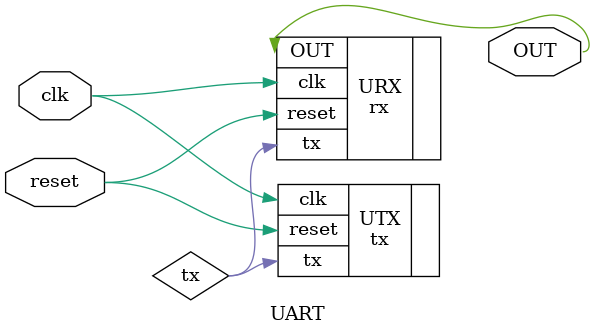
<source format=v>
`timescale  1ns/1ns
module UART (
    input clk, reset,
    output OUT
);

    // Define Variables
    wire tx;

    tx UTX (.clk (clk), .reset (reset), .tx (tx));

    rx URX (.clk (clk), .reset (reset), .tx (tx), .OUT (OUT));

endmodule
</source>
